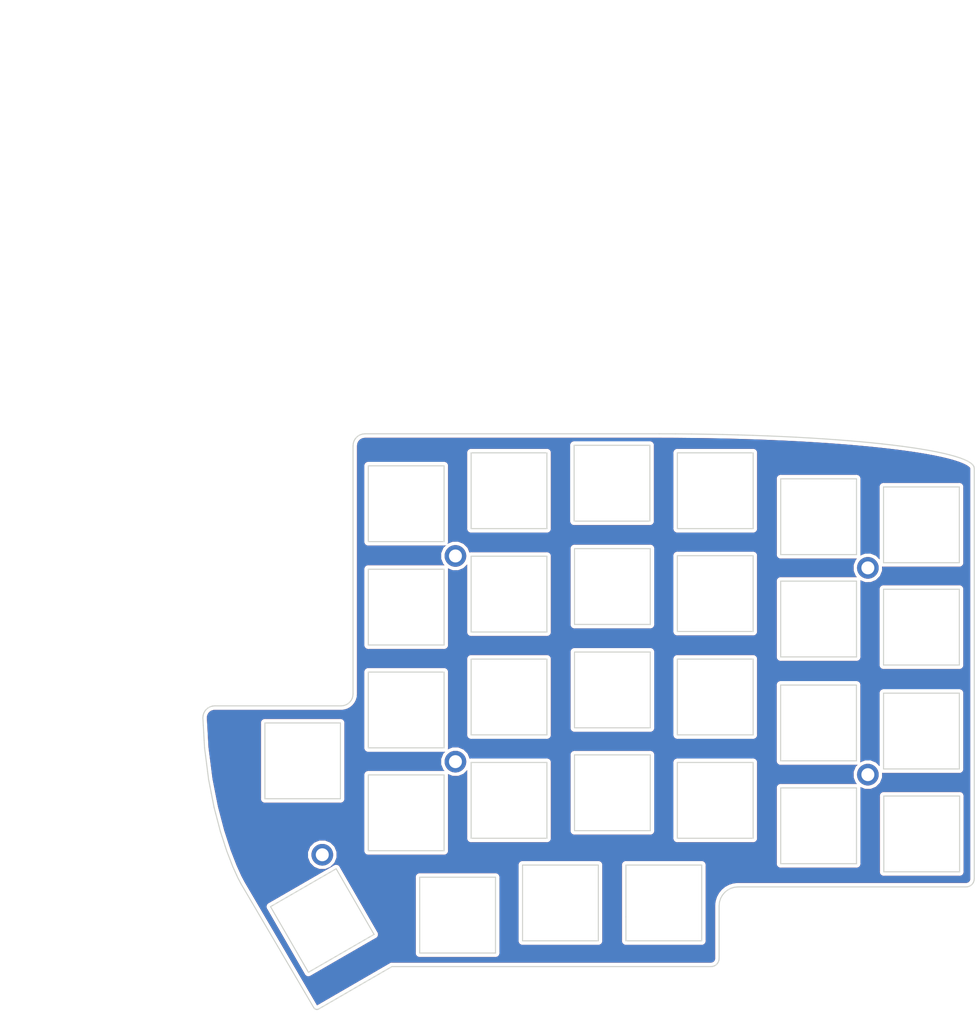
<source format=kicad_pcb>
(kicad_pcb (version 20221018) (generator pcbnew)
  (layers (0 "F.Cu" signal) (31 "B.Cu" signal) (34 "B.Paste" user) (35 "F.Paste" user) (36 "B.SilkS" user "B.Silkscreen") (37 "F.SilkS" user "F.Silkscreen") (38 "B.Mask" user) (39 "F.Mask" user) (44 "Edge.Cuts" user))
  (net 0 "")
  (footprint "Lily58-footprint:M2_HOLE_PCB" (layer "F.Cu") (at 129.6 57.7)
    (fp_text reference "REF**" hide)
    (fp_text value "M2_HOLE_PCB")
    (pad "" thru_hole circle (at 0 0) (size 4 4) (drill 2.4) (layers "*.Cu" "*.Mask"))
  )
  (footprint "Lily58-footprint:M2_HOLE_PCB" (layer "F.Cu") (at 205.8 59.9)
    (fp_text reference "REF**" hide)
    (fp_text value "M2_HOLE_PCB")
    (pad "" thru_hole circle (at 0 0) (size 4 4) (drill 2.4) (layers "*.Cu" "*.Mask"))
  )
  (footprint "Lily58-footprint:M2_HOLE_PCB" (layer "F.Cu") (at 205.8 98.1)
    (fp_text reference "REF**" hide)
    (fp_text value "M2_HOLE_PCB")
    (pad "" thru_hole circle (at 0 0) (size 4 4) (drill 2.4) (layers "*.Cu" "*.Mask"))
  )
  (footprint "Lily58-footprint:M2_HOLE_PCB" (layer "F.Cu") (at 129.6 95.7)
    (fp_text reference "REF**" hide)
    (fp_text value "M2_HOLE_PCB")
    (pad "" thru_hole circle (at 0 0) (size 4 4) (drill 2.4) (layers "*.Cu" "*.Mask"))
  )
  (footprint "Lily58-footprint:M2_HOLE_PCB" (layer "F.Cu") (at 105 112.9)
    (fp_text reference "REF**" hide)
    (fp_text value "M2_HOLE_PCB")
    (pad "" thru_hole circle (at 0 0) (size 4 4) (drill 2.4) (layers "*.Cu" "*.Mask"))
  )
  (gr_line (start 88.709186 115.642364) (end 88.937556 116.146652) (stroke (width 0.2)) (layer "Edge.Cuts"))
  (gr_line (start 95.43722 122.486739) (end 107.561744 115.486642) (stroke (width 0.2)) (layer "Edge.Cuts"))
  (gr_line (start 165.529285 51.259497) (end 151.529091 51.259497) (stroke (width 0.2)) (layer "Edge.Cuts"))
  (gr_line (start 225.018829 118.399497) (end 224.796877 118.582586) (stroke (width 0.2)) (layer "Edge.Cuts"))
  (gr_line (start 178.317264 122.338584) (end 178.388307 121.63276) (stroke (width 0.2)) (layer "Edge.Cuts"))
  (gr_line (start 222.69822 58.949338) (end 208.697755 58.949338) (stroke (width 0.2)) (layer "Edge.Cuts"))
  (gr_line (start 87.645775 112.988) (end 87.924122 113.704692) (stroke (width 0.2)) (layer "Edge.Cuts"))
  (gr_line (start 203.699937 114.548326) (end 203.699937 114.548326) (stroke (width 0.2)) (layer "Edge.Cuts"))
  (gr_line (start 170.246534 35.143866) (end 167.248797 35.135611) (stroke (width 0.2)) (layer "Edge.Cuts"))
  (gr_line (start 178.388307 121.63276) (end 178.59209 120.975562) (stroke (width 0.2)) (layer "Edge.Cuts"))
  (gr_line (start 165.529285 37.259475) (end 165.529285 51.259497) (stroke (width 0.2)) (layer "Edge.Cuts"))
  (gr_line (start 84.2473 100.281204) (end 84.500659 101.572639) (stroke (width 0.2)) (layer "Edge.Cuts"))
  (gr_line (start 151.599955 70.350095) (end 151.599955 56.350074) (stroke (width 0.2)) (layer "Edge.Cuts"))
  (gr_line (start 86.769085 110.433938) (end 87.068256 111.352623) (stroke (width 0.2)) (layer "Edge.Cuts"))
  (gr_line (start 170.599242 109.849336) (end 170.599242 95.849315) (stroke (width 0.2)) (layer "Edge.Cuts"))
  (gr_line (start 146.500282 90.750611) (end 146.500282 90.750611) (stroke (width 0.2)) (layer "Edge.Cuts"))
  (gr_line (start 89.394295 117.155227) (end 89.543534 117.436698) (stroke (width 0.2)) (layer "Edge.Cuts"))
  (gr_line (start 132.500088 95.849101) (end 146.500282 95.849101) (stroke (width 0.2)) (layer "Edge.Cuts"))
  (gr_line (start 108.924394 85.34884) (end 109.337416 85.220748) (stroke (width 0.2)) (layer "Edge.Cuts"))
  (gr_line (start 222.748884 116.049248) (end 222.748884 116.049248) (stroke (width 0.2)) (layer "Edge.Cuts"))
  (gr_line (start 225.382249 41.158584) (end 225.157677 40.835884) (stroke (width 0.2)) (layer "Edge.Cuts"))
  (gr_line (start 116.184535 134.529634) (end 117.86023 133.559495) (stroke (width 0.2)) (layer "Edge.Cuts"))
  (gr_line (start 161.099535 128.800465) (end 161.099535 124.372747) (stroke (width 0.2)) (layer "Edge.Cuts"))
  (gr_line (start 208.697755 63.850249) (end 222.69822 63.850249) (stroke (width 0.2)) (layer "Edge.Cuts"))
  (gr_line (start 100.080845 135.450272) (end 101.762522 138.311799) (stroke (width 0.2)) (layer "Edge.Cuts"))
  (gr_line (start 151.599955 56.350074) (end 165.600149 56.350074) (stroke (width 0.2)) (layer "Edge.Cuts"))
  (gr_line (start 203.685052 95.549381) (end 189.684858 95.549381) (stroke (width 0.2)) (layer "Edge.Cuts"))
  (gr_line (start 170.597972 57.649067) (end 184.598166 57.649067) (stroke (width 0.2)) (layer "Edge.Cuts"))
  (gr_line (start 224.796877 118.582586) (end 224.542068 118.720802) (stroke (width 0.2)) (layer "Edge.Cuts"))
  (gr_line (start 87.924122 113.704692) (end 88.202469 114.421385) (stroke (width 0.2)) (layer "Edge.Cuts"))
  (gr_line (start 170.597972 71.649088) (end 170.597972 57.649067) (stroke (width 0.2)) (layer "Edge.Cuts"))
  (gr_line (start 85.589059 106.376038) (end 85.879901 107.486303) (stroke (width 0.2)) (layer "Edge.Cuts"))
  (gr_line (start 165.600149 89.448314) (end 151.599955 89.448314) (stroke (width 0.2)) (layer "Edge.Cuts"))
  (gr_line (start 110.68042 83.193496) (end 110.68042 37.34925) (stroke (width 0.2)) (layer "Edge.Cuts"))
  (gr_line (start 222.700108 83.050541) (end 222.700108 97.050562) (stroke (width 0.2)) (layer "Edge.Cuts"))
  (gr_line (start 176.119518 35.208709) (end 173.204655 35.168364) (stroke (width 0.2)) (layer "Edge.Cuts"))
  (gr_line (start 178.199481 132.64466) (end 178.061265 132.899468) (stroke (width 0.2)) (layer "Edge.Cuts"))
  (gr_line (start 85.879901 107.486303) (end 86.170742 108.596569) (stroke (width 0.2)) (layer "Edge.Cuts"))
  (gr_line (start 203.700067 43.449442) (end 203.700067 57.449463) (stroke (width 0.2)) (layer "Edge.Cuts"))
  (gr_line (start 127.499089 79.147625) (end 127.499089 93.147646) (stroke (width 0.2)) (layer "Edge.Cuts"))
  (gr_line (start 89.692772 117.718169) (end 89.842011 117.999639) (stroke (width 0.2)) (layer "Edge.Cuts"))
  (gr_line (start 127.499089 41.049147) (end 127.499089 55.049168) (stroke (width 0.2)) (layer "Edge.Cuts"))
  (gr_line (start 127.500106 60.150456) (end 127.500106 74.150477) (stroke (width 0.2)) (layer "Edge.Cuts"))
  (gr_line (start 192.496266 35.761303) (end 189.917455 35.634224) (stroke (width 0.2)) (layer "Edge.Cuts"))
  (gr_line (start 127.499089 93.147646) (end 113.498895 93.147646) (stroke (width 0.2)) (layer "Edge.Cuts"))
  (gr_line (start 127.499089 112.150571) (end 127.499089 112.150571) (stroke (width 0.2)) (layer "Edge.Cuts"))
  (gr_line (start 151.599955 89.448314) (end 151.599955 75.448293) (stroke (width 0.2)) (layer "Edge.Cuts"))
  (gr_line (start 175.1 128.800465) (end 161.099535 128.800465) (stroke (width 0.2)) (layer "Edge.Cuts"))
  (gr_line (start 155.999226 128.798965) (end 141.999031 128.798965) (stroke (width 0.2)) (layer "Edge.Cuts"))
  (gr_line (start 208.697755 77.848175) (end 208.697755 63.850249) (stroke (width 0.2)) (layer "Edge.Cuts"))
  (gr_line (start 151.598813 94.448508) (end 165.599007 94.448508) (stroke (width 0.2)) (layer "Edge.Cuts"))
  (gr_line (start 225.157677 40.835884) (end 224.787842 40.517904) (stroke (width 0.2)) (layer "Edge.Cuts"))
  (gr_line (start 203.685052 95.549381) (end 203.685052 95.549381) (stroke (width 0.2)) (layer "Edge.Cuts"))
  (gr_line (start 165.529285 51.259497) (end 165.529285 51.259497) (stroke (width 0.2)) (layer "Edge.Cuts"))
  (gr_line (start 146.49939 38.648853) (end 146.49939 52.648874) (stroke (width 0.2)) (layer "Edge.Cuts"))
  (gr_line (start 96.717492 129.727218) (end 98.399169 132.588745) (stroke (width 0.2)) (layer "Edge.Cuts"))
  (gr_line (start 83.091669 90.368368) (end 83.169362 91.754688) (stroke (width 0.2)) (layer "Edge.Cuts"))
  (gr_line (start 217.036875 38.191634) (end 215.523614 37.934008) (stroke (width 0.2)) (layer "Edge.Cuts"))
  (gr_line (start 83.307614 86.357346) (end 83.106839 86.731697) (stroke (width 0.2)) (layer "Edge.Cuts"))
  (gr_line (start 113.498895 98.15055) (end 127.499089 98.15055) (stroke (width 0.2)) (layer "Edge.Cuts"))
  (gr_line (start 161.099535 114.8) (end 175.1 114.8) (stroke (width 0.2)) (layer "Edge.Cuts"))
  (gr_line (start 127.499089 55.049168) (end 127.499089 55.049168) (stroke (width 0.2)) (layer "Edge.Cuts"))
  (gr_line (start 111.055818 36.105136) (end 110.853137 36.478855) (stroke (width 0.2)) (layer "Edge.Cuts"))
  (gr_line (start 113.498895 112.150571) (end 113.498895 98.15055) (stroke (width 0.2)) (layer "Edge.Cuts"))
  (gr_line (start 104.273955 141.420283) (end 104.454674 141.320606) (stroke (width 0.2)) (layer "Edge.Cuts"))
  (gr_line (start 208.699914 97.050562) (end 208.699914 83.050541) (stroke (width 0.2)) (layer "Edge.Cuts"))
  (gr_line (start 203.700067 57.449463) (end 203.700067 57.449463) (stroke (width 0.2)) (layer "Edge.Cuts"))
  (gr_line (start 218.437661 38.457556) (end 217.036875 38.191634) (stroke (width 0.2)) (layer "Edge.Cuts"))
  (gr_line (start 178.987479 35.264503) (end 176.119518 35.208709) (stroke (width 0.2)) (layer "Edge.Cuts"))
  (gr_line (start 104.022958 141.472149) (end 104.146472 141.461525) (stroke (width 0.2)) (layer "Edge.Cuts"))
  (gr_line (start 184.568127 35.42085) (end 181.804897 35.335349) (stroke (width 0.2)) (layer "Edge.Cuts"))
  (gr_line (start 108.351468 88.549371) (end 108.351468 102.549392) (stroke (width 0.2)) (layer "Edge.Cuts"))
  (gr_line (start 177.878177 133.121421) (end 177.656225 133.304509) (stroke (width 0.2)) (layer "Edge.Cuts"))
  (gr_line (start 184.599436 109.849336) (end 184.599436 109.849336) (stroke (width 0.2)) (layer "Edge.Cuts"))
  (gr_line (start 86.170742 108.596569) (end 86.469914 109.515254) (stroke (width 0.2)) (layer "Edge.Cuts"))
  (gr_line (start 184.599436 95.849315) (end 184.599436 109.849336) (stroke (width 0.2)) (layer "Edge.Cuts"))
  (gr_line (start 189.684858 95.549381) (end 189.684858 81.54936) (stroke (width 0.2)) (layer "Edge.Cuts"))
  (gr_line (start 83.106839 86.731697) (end 82.980305 87.147252) (stroke (width 0.2)) (layer "Edge.Cuts"))
  (gr_line (start 220.887236 39.012696) (end 219.722329 38.731375) (stroke (width 0.2)) (layer "Edge.Cuts"))
  (gr_line (start 199.805571 36.219338) (end 197.443967 36.054257) (stroke (width 0.2)) (layer "Edge.Cuts"))
  (gr_line (start 189.698731 76.349563) (end 189.698731 62.349542) (stroke (width 0.2)) (layer "Edge.Cuts"))
  (gr_line (start 181.804897 35.335349) (end 178.987479 35.264503) (stroke (width 0.2)) (layer "Edge.Cuts"))
  (gr_line (start 165.600149 75.448293) (end 165.600149 89.448314) (stroke (width 0.2)) (layer "Edge.Cuts"))
  (gr_line (start 94.399278 102.549392) (end 94.399278 88.549371) (stroke (width 0.2)) (layer "Edge.Cuts"))
  (gr_line (start 93.354139 124.004164) (end 95.035815 126.865691) (stroke (width 0.2)) (layer "Edge.Cuts"))
  (gr_line (start 136.998669 117.049379) (end 136.998669 131.0494) (stroke (width 0.2)) (layer "Edge.Cuts"))
  (gr_line (start 180.454242 119.11341) (end 181.11144 118.909627) (stroke (width 0.2)) (layer "Edge.Cuts"))
  (gr_line (start 178.59209 120.975562) (end 178.914594 120.381009) (stroke (width 0.2)) (layer "Edge.Cuts"))
  (gr_line (start 170.603903 38.648853) (end 184.604097 38.648853) (stroke (width 0.2)) (layer "Edge.Cuts"))
  (gr_line (start 127.499089 112.150571) (end 113.498895 112.150571) (stroke (width 0.2)) (layer "Edge.Cuts"))
  (gr_line (start 224.787842 40.517904) (end 224.276387 40.20504) (stroke (width 0.2)) (layer "Edge.Cuts"))
  (gr_line (start 132.500088 90.750611) (end 132.500088 76.75059) (stroke (width 0.2)) (layer "Edge.Cuts"))
  (gr_line (start 132.500088 76.75059) (end 146.500282 76.75059) (stroke (width 0.2)) (layer "Edge.Cuts"))
  (gr_line (start 184.599436 109.849336) (end 170.599242 109.849336) (stroke (width 0.2)) (layer "Edge.Cuts"))
  (gr_line (start 225.201917 118.177545) (end 225.018829 118.399497) (stroke (width 0.2)) (layer "Edge.Cuts"))
  (gr_line (start 165.600149 70.350095) (end 165.600149 70.350095) (stroke (width 0.2)) (layer "Edge.Cuts"))
  (gr_line (start 110.036541 84.749502) (end 110.305023 84.423972) (stroke (width 0.2)) (layer "Edge.Cuts"))
  (gr_line (start 222.69822 77.848175) (end 208.697755 77.848175) (stroke (width 0.2)) (layer "Edge.Cuts"))
  (gr_line (start 222.843192 39.596251) (end 221.928738 39.30112) (stroke (width 0.2)) (layer "Edge.Cuts"))
  (gr_line (start 87.367427 112.271308) (end 87.645775 112.988) (stroke (width 0.2)) (layer "Edge.Cuts"))
  (gr_line (start 151.529091 37.259475) (end 165.529285 37.259475) (stroke (width 0.2)) (layer "Edge.Cuts"))
  (gr_line (start 155.999226 114.798944) (end 155.999226 128.798965) (stroke (width 0.2)) (layer "Edge.Cuts"))
  (gr_line (start 83.247055 93.141007) (end 83.433777 94.603198) (stroke (width 0.2)) (layer "Edge.Cuts"))
  (gr_line (start 225.340133 117.922737) (end 225.201917 118.177545) (stroke (width 0.2)) (layer "Edge.Cuts"))
  (gr_line (start 132.499196 52.648874) (end 132.499196 38.648853) (stroke (width 0.2)) (layer "Edge.Cuts"))
  (gr_line (start 146.500282 90.750611) (end 132.500088 90.750611) (stroke (width 0.2)) (layer "Edge.Cuts"))
  (gr_line (start 215.523614 37.934008) (end 213.90152 37.685076) (stroke (width 0.2)) (layer "Edge.Cuts"))
  (gr_line (start 122.998474 117.049379) (end 136.998669 117.049379) (stroke (width 0.2)) (layer "Edge.Cuts"))
  (gr_line (start 83.574355 86.032485) (end 83.307614 86.357346) (stroke (width 0.2)) (layer "Edge.Cuts"))
  (gr_line (start 204.286071 36.584719) (end 202.087487 36.396291) (stroke (width 0.2)) (layer "Edge.Cuts"))
  (gr_line (start 222.700108 97.050562) (end 222.700108 97.050562) (stroke (width 0.2)) (layer "Edge.Cuts"))
  (gr_line (start 91.672462 121.142637) (end 93.354139 124.004164) (stroke (width 0.2)) (layer "Edge.Cuts"))
  (gr_line (start 83.993942 98.98977) (end 84.2473 100.281204) (stroke (width 0.2)) (layer "Edge.Cuts"))
  (gr_line (start 117.861089 133.560508) (end 176.817264 133.560508) (stroke (width 0.2)) (layer "Edge.Cuts"))
  (gr_line (start 184.598166 57.649067) (end 184.598166 71.649088) (stroke (width 0.2)) (layer "Edge.Cuts"))
  (gr_line (start 111.157452 137.44005) (end 112.833147 136.469911) (stroke (width 0.2)) (layer "Edge.Cuts"))
  (gr_line (start 212.174237 37.445233) (end 210.345407 37.214879) (stroke (width 0.2)) (layer "Edge.Cuts"))
  (gr_line (start 222.748884 102.049227) (end 222.748884 116.049248) (stroke (width 0.2)) (layer "Edge.Cuts"))
  (gr_line (start 88.202469 114.421385) (end 88.480816 115.138077) (stroke (width 0.2)) (layer "Edge.Cuts"))
  (gr_line (start 141.999031 114.798944) (end 155.999226 114.798944) (stroke (width 0.2)) (layer "Edge.Cuts"))
  (gr_line (start 113.498895 55.049168) (end 113.498895 41.049147) (stroke (width 0.2)) (layer "Edge.Cuts"))
  (gr_line (start 189.698731 62.349542) (end 203.698925 62.349542) (stroke (width 0.2)) (layer "Edge.Cuts"))
  (gr_line (start 85.135693 85.393398) (end 108.480785 85.393594) (stroke (width 0.2)) (layer "Edge.Cuts"))
  (gr_line (start 151.599955 75.448293) (end 165.600149 75.448293) (stroke (width 0.2)) (layer "Edge.Cuts"))
  (gr_line (start 178.061265 132.899468) (end 177.878177 133.121421) (stroke (width 0.2)) (layer "Edge.Cuts"))
  (gr_line (start 86.469914 109.515254) (end 86.769085 110.433938) (stroke (width 0.2)) (layer "Edge.Cuts"))
  (gr_line (start 146.49939 71.749632) (end 146.49939 71.749632) (stroke (width 0.2)) (layer "Edge.Cuts"))
  (gr_line (start 114.508841 135.499772) (end 116.184535 134.529634) (stroke (width 0.2)) (layer "Edge.Cuts"))
  (gr_line (start 84.754017 102.864073) (end 85.007376 104.155507) (stroke (width 0.2)) (layer "Edge.Cuts"))
  (gr_line (start 87.068256 111.352623) (end 87.367427 112.271308) (stroke (width 0.2)) (layer "Edge.Cuts"))
  (gr_line (start 222.69822 44.948872) (end 222.69822 58.949338) (stroke (width 0.2)) (layer "Edge.Cuts"))
  (gr_line (start 165.599007 94.448508) (end 165.599007 108.448529) (stroke (width 0.2)) (layer "Edge.Cuts"))
  (gr_line (start 178.286817 132.363004) (end 178.199481 132.64466) (stroke (width 0.2)) (layer "Edge.Cuts"))
  (gr_line (start 208.699914 83.050541) (end 222.700108 83.050541) (stroke (width 0.2)) (layer "Edge.Cuts"))
  (gr_line (start 203.685052 81.54936) (end 203.685052 95.549381) (stroke (width 0.2)) (layer "Edge.Cuts"))
  (gr_line (start 89.842011 117.999639) (end 89.99125 118.28111) (stroke (width 0.2)) (layer "Edge.Cuts"))
  (gr_line (start 104.146472 141.461525) (end 104.273955 141.420283) (stroke (width 0.2)) (layer "Edge.Cuts"))
  (gr_line (start 132.500088 109.849122) (end 132.500088 95.849101) (stroke (width 0.2)) (layer "Edge.Cuts"))
  (gr_line (start 109.481758 138.410189) (end 111.157452 137.44005) (stroke (width 0.2)) (layer "Edge.Cuts"))
  (gr_line (start 89.543534 117.436698) (end 89.692772 117.718169) (stroke (width 0.2)) (layer "Edge.Cuts"))
  (gr_line (start 202.087487 36.396291) (end 199.805571 36.219338) (stroke (width 0.2)) (layer "Edge.Cuts"))
  (gr_line (start 132.499196 71.749632) (end 132.499196 57.749611) (stroke (width 0.2)) (layer "Edge.Cuts"))
  (gr_line (start 203.698925 76.349563) (end 189.698731 76.349563) (stroke (width 0.2)) (layer "Edge.Cuts"))
  (gr_line (start 221.928738 39.30112) (end 220.887236 39.012696) (stroke (width 0.2)) (layer "Edge.Cuts"))
  (gr_line (start 161.099535 124.372747) (end 161.099535 114.8) (stroke (width 0.2)) (layer "Edge.Cuts"))
  (gr_line (start 83.433777 94.603198) (end 83.620498 96.065389) (stroke (width 0.2)) (layer "Edge.Cuts"))
  (gr_line (start 178.317264 132.060508) (end 178.286817 132.363004) (stroke (width 0.2)) (layer "Edge.Cuts"))
  (gr_line (start 170.599242 95.849315) (end 184.599436 95.849315) (stroke (width 0.2)) (layer "Edge.Cuts"))
  (gr_line (start 177.11976 133.530061) (end 176.817264 133.560508) (stroke (width 0.2)) (layer "Edge.Cuts"))
  (gr_line (start 83.013976 88.982049) (end 83.091669 90.368368) (stroke (width 0.2)) (layer "Edge.Cuts"))
  (gr_line (start 225.457916 41.485605) (end 225.457916 117.338584) (stroke (width 0.2)) (layer "Edge.Cuts"))
  (gr_line (start 165.599007 108.448529) (end 151.598813 108.448529) (stroke (width 0.2)) (layer "Edge.Cuts"))
  (gr_line (start 110.853137 36.478855) (end 110.725068 36.89195) (stroke (width 0.2)) (layer "Edge.Cuts"))
  (gr_line (start 184.6002 76.748342) (end 184.6002 90.748363) (stroke (width 0.2)) (layer "Edge.Cuts"))
  (gr_line (start 141.999031 128.798965) (end 141.999031 114.798944) (stroke (width 0.2)) (layer "Edge.Cuts"))
  (gr_line (start 222.748884 116.049248) (end 208.74869 116.049248) (stroke (width 0.2)) (layer "Edge.Cuts"))
  (gr_line (start 109.711069 85.018031) (end 110.036541 84.749502) (stroke (width 0.2)) (layer "Edge.Cuts"))
  (gr_line (start 83.169362 91.754688) (end 83.247055 93.141007) (stroke (width 0.2)) (layer "Edge.Cuts"))
  (gr_line (start 146.49939 52.648874) (end 146.49939 52.648874) (stroke (width 0.2)) (layer "Edge.Cuts"))
  (gr_line (start 177.656225 133.304509) (end 177.401416 133.442725) (stroke (width 0.2)) (layer "Edge.Cuts"))
  (gr_line (start 197.443967 36.054257) (end 195.006317 35.901446) (stroke (width 0.2)) (layer "Edge.Cuts"))
  (gr_line (start 155.999226 128.798965) (end 155.999226 128.798965) (stroke (width 0.2)) (layer "Edge.Cuts"))
  (gr_line (start 127.499089 93.147646) (end 127.499089 93.147646) (stroke (width 0.2)) (layer "Edge.Cuts"))
  (gr_line (start 136.998669 131.0494) (end 122.998474 131.0494) (stroke (width 0.2)) (layer "Edge.Cuts"))
  (gr_line (start 112.436447 35.180267) (end 112.023424 35.308359) (stroke (width 0.2)) (layer "Edge.Cuts"))
  (gr_line (start 179.859689 119.435914) (end 180.454242 119.11341) (stroke (width 0.2)) (layer "Edge.Cuts"))
  (gr_line (start 146.49939 71.749632) (end 132.499196 71.749632) (stroke (width 0.2)) (layer "Edge.Cuts"))
  (gr_line (start 102.437231 134.611113) (end 95.43722 122.486739) (stroke (width 0.2)) (layer "Edge.Cuts"))
  (gr_line (start 187.273528 35.520607) (end 184.568127 35.42085) (stroke (width 0.2)) (layer "Edge.Cuts"))
  (gr_line (start 84.500659 101.572639) (end 84.754017 102.864073) (stroke (width 0.2)) (layer "Edge.Cuts"))
  (gr_line (start 208.74869 102.049227) (end 222.748884 102.049227) (stroke (width 0.2)) (layer "Edge.Cuts"))
  (gr_line (start 112.023424 35.308359) (end 111.649772 35.511076) (stroke (width 0.2)) (layer "Edge.Cuts"))
  (gr_line (start 165.600149 89.448314) (end 165.600149 89.448314) (stroke (width 0.2)) (layer "Edge.Cuts"))
  (gr_line (start 136.998669 131.0494) (end 136.998669 131.0494) (stroke (width 0.2)) (layer "Edge.Cuts"))
  (gr_line (start 146.500282 95.849101) (end 146.500282 109.849122) (stroke (width 0.2)) (layer "Edge.Cuts"))
  (gr_line (start 181.11144 118.909627) (end 181.817264 118.838584) (stroke (width 0.2)) (layer "Edge.Cuts"))
  (gr_line (start 146.500282 109.849122) (end 132.500088 109.849122) (stroke (width 0.2)) (layer "Edge.Cuts"))
  (gr_line (start 146.49939 52.648874) (end 132.499196 52.648874) (stroke (width 0.2)) (layer "Edge.Cuts"))
  (gr_line (start 84.272627 85.564361) (end 83.898784 85.765395) (stroke (width 0.2)) (layer "Edge.Cuts"))
  (gr_line (start 110.635773 83.637157) (end 110.68042 83.193496) (stroke (width 0.2)) (layer "Edge.Cuts"))
  (gr_line (start 146.500282 109.849122) (end 146.500282 109.849122) (stroke (width 0.2)) (layer "Edge.Cuts"))
  (gr_line (start 110.305023 84.423972) (end 110.507703 84.050253) (stroke (width 0.2)) (layer "Edge.Cuts"))
  (gr_line (start 114.561755 127.611016) (end 102.437231 134.611113) (stroke (width 0.2)) (layer "Edge.Cuts"))
  (gr_line (start 85.135449 85.393594) (end 84.687607 85.437666) (stroke (width 0.2)) (layer "Edge.Cuts"))
  (gr_line (start 108.351468 102.549392) (end 108.351468 102.549392) (stroke (width 0.2)) (layer "Edge.Cuts"))
  (gr_line (start 88.937556 116.146652) (end 89.165926 116.650939) (stroke (width 0.2)) (layer "Edge.Cuts"))
  (gr_line (start 170.600006 90.748363) (end 170.600006 76.748342) (stroke (width 0.2)) (layer "Edge.Cuts"))
  (gr_line (start 203.698925 62.349542) (end 203.698925 76.349563) (stroke (width 0.2)) (layer "Edge.Cuts"))
  (gr_line (start 89.165926 116.650939) (end 89.394295 117.155227) (stroke (width 0.2)) (layer "Edge.Cuts"))
  (gr_line (start 195.006317 35.901446) (end 192.496266 35.761303) (stroke (width 0.2)) (layer "Edge.Cuts"))
  (gr_line (start 85.007376 104.155507) (end 85.298217 105.265772) (stroke (width 0.2)) (layer "Edge.Cuts"))
  (gr_line (start 210.345407 37.214879) (end 208.418675 36.994411) (stroke (width 0.2)) (layer "Edge.Cuts"))
  (gr_line (start 203.699937 114.548326) (end 189.699743 114.548326) (stroke (width 0.2)) (layer "Edge.Cuts"))
  (gr_line (start 89.990785 118.28111) (end 91.672462 121.142637) (stroke (width 0.2)) (layer "Edge.Cuts"))
  (gr_line (start 82.936283 87.59573) (end 83.013976 88.982049) (stroke (width 0.2)) (layer "Edge.Cuts"))
  (gr_line (start 110.507703 84.050253) (end 110.635773 83.637157) (stroke (width 0.2)) (layer "Edge.Cuts"))
  (gr_line (start 170.600006 76.748342) (end 184.6002 76.748342) (stroke (width 0.2)) (layer "Edge.Cuts"))
  (gr_line (start 113.499912 74.150477) (end 113.499912 60.150456) (stroke (width 0.2)) (layer "Edge.Cuts"))
  (gr_line (start 178.914594 120.381009) (end 179.3418 119.86312) (stroke (width 0.2)) (layer "Edge.Cuts"))
  (gr_line (start 104.454674 141.320606) (end 106.130369 140.350467) (stroke (width 0.2)) (layer "Edge.Cuts"))
  (gr_line (start 189.699743 100.548305) (end 203.699937 100.548305) (stroke (width 0.2)) (layer "Edge.Cuts"))
  (gr_line (start 175.1 114.8) (end 175.1 128.800465) (stroke (width 0.2)) (layer "Edge.Cuts"))
  (gr_line (start 173.204655 35.168364) (end 170.246534 35.143866) (stroke (width 0.2)) (layer "Edge.Cuts"))
  (gr_line (start 177.401416 133.442725) (end 177.11976 133.530061) (stroke (width 0.2)) (layer "Edge.Cuts"))
  (gr_line (start 112.880028 35.135611) (end 112.436447 35.180267) (stroke (width 0.2)) (layer "Edge.Cuts"))
  (gr_line (start 208.74869 116.049248) (end 208.74869 102.049227) (stroke (width 0.2)) (layer "Edge.Cuts"))
  (gr_line (start 184.604097 52.648874) (end 184.604097 52.648874) (stroke (width 0.2)) (layer "Edge.Cuts"))
  (gr_line (start 184.598166 71.649088) (end 170.597972 71.649088) (stroke (width 0.2)) (layer "Edge.Cuts"))
  (gr_line (start 103.801432 141.437539) (end 103.909017 141.470991) (stroke (width 0.2)) (layer "Edge.Cuts"))
  (gr_line (start 165.600149 56.350074) (end 165.600149 70.350095) (stroke (width 0.2)) (layer "Edge.Cuts"))
  (gr_line (start 189.684858 81.54936) (end 203.685052 81.54936) (stroke (width 0.2)) (layer "Edge.Cuts"))
  (gr_line (start 106.130369 140.350467) (end 107.806063 139.380328) (stroke (width 0.2)) (layer "Edge.Cuts"))
  (gr_line (start 208.418675 36.994411) (end 206.397682 36.784225) (stroke (width 0.2)) (layer "Edge.Cuts"))
  (gr_line (start 101.762522 138.311799) (end 103.444199 141.173326) (stroke (width 0.2)) (layer "Edge.Cuts"))
  (gr_line (start 222.700108 97.050562) (end 208.699914 97.050562) (stroke (width 0.2)) (layer "Edge.Cuts"))
  (gr_line (start 83.80722 97.527579) (end 83.993942 98.98977) (stroke (width 0.2)) (layer "Edge.Cuts"))
  (gr_line (start 213.90152 37.685076) (end 212.174237 37.445233) (stroke (width 0.2)) (layer "Edge.Cuts"))
  (gr_line (start 113.499912 60.150456) (end 127.500106 60.150456) (stroke (width 0.2)) (layer "Edge.Cuts"))
  (gr_line (start 83.898784 85.765395) (end 83.574355 86.032485) (stroke (width 0.2)) (layer "Edge.Cuts"))
  (gr_line (start 108.351468 102.549392) (end 94.399278 102.549392) (stroke (width 0.2)) (layer "Edge.Cuts"))
  (gr_line (start 225.457916 117.338584) (end 225.427469 117.64108) (stroke (width 0.2)) (layer "Edge.Cuts"))
  (gr_line (start 203.698925 76.349563) (end 203.698925 76.349563) (stroke (width 0.2)) (layer "Edge.Cuts"))
  (gr_line (start 132.499196 57.749611) (end 146.49939 57.749611) (stroke (width 0.2)) (layer "Edge.Cuts"))
  (gr_line (start 225.427469 117.64108) (end 225.340133 117.922737) (stroke (width 0.2)) (layer "Edge.Cuts"))
  (gr_line (start 113.498895 41.049147) (end 127.499089 41.049147) (stroke (width 0.2)) (layer "Edge.Cuts"))
  (gr_line (start 85.298217 105.265772) (end 85.589059 106.376038) (stroke (width 0.2)) (layer "Edge.Cuts"))
  (gr_line (start 151.529091 51.259497) (end 151.529091 37.259475) (stroke (width 0.2)) (layer "Edge.Cuts"))
  (gr_line (start 165.600149 70.350095) (end 151.599955 70.350095) (stroke (width 0.2)) (layer "Edge.Cuts"))
  (gr_line (start 189.917455 35.634224) (end 187.273528 35.520607) (stroke (width 0.2)) (layer "Edge.Cuts"))
  (gr_line (start 178.317264 122.338584) (end 178.317264 132.082902) (stroke (width 0.2)) (layer "Edge.Cuts"))
  (gr_line (start 181.817264 118.838584) (end 223.957916 118.838584) (stroke (width 0.2)) (layer "Edge.Cuts"))
  (gr_line (start 112.833147 136.469911) (end 114.508841 135.499772) (stroke (width 0.2)) (layer "Edge.Cuts"))
  (gr_line (start 225.457916 41.485605) (end 225.382249 41.158584) (stroke (width 0.2)) (layer "Edge.Cuts"))
  (gr_line (start 111.3243 35.779605) (end 111.055818 36.105136) (stroke (width 0.2)) (layer "Edge.Cuts"))
  (gr_line (start 206.397682 36.784225) (end 204.286071 36.584719) (stroke (width 0.2)) (layer "Edge.Cuts"))
  (gr_line (start 103.539842 141.291766) (end 103.690268 141.386487) (stroke (width 0.2)) (layer "Edge.Cuts"))
  (gr_line (start 146.49939 57.749611) (end 146.49939 71.749632) (stroke (width 0.2)) (layer "Edge.Cuts"))
  (gr_line (start 82.980305 87.147252) (end 82.936288 87.59573) (stroke (width 0.2)) (layer "Edge.Cuts"))
  (gr_line (start 203.699937 100.548305) (end 203.699937 114.548326) (stroke (width 0.2)) (layer "Edge.Cuts"))
  (gr_line (start 223.626956 39.897689) (end 222.843192 39.596251) (stroke (width 0.2)) (layer "Edge.Cuts"))
  (gr_line (start 203.700067 57.449463) (end 189.699873 57.449463) (stroke (width 0.2)) (layer "Edge.Cuts"))
  (gr_line (start 113.498895 79.147625) (end 127.499089 79.147625) (stroke (width 0.2)) (layer "Edge.Cuts"))
  (gr_line (start 189.699873 43.449442) (end 203.700067 43.449442) (stroke (width 0.2)) (layer "Edge.Cuts"))
  (gr_line (start 107.561744 115.486642) (end 114.561755 127.611016) (stroke (width 0.2)) (layer "Edge.Cuts"))
  (gr_line (start 224.276387 40.20504) (end 223.626956 39.897689) (stroke (width 0.2)) (layer "Edge.Cuts"))
  (gr_line (start 184.604097 38.648853) (end 184.604097 52.648874) (stroke (width 0.2)) (layer "Edge.Cuts"))
  (gr_line (start 114.561755 127.611016) (end 114.561755 127.611016) (stroke (width 0.2)) (layer "Edge.Cuts"))
  (gr_line (start 170.603903 52.648874) (end 170.603903 38.648853) (stroke (width 0.2)) (layer "Edge.Cuts"))
  (gr_line (start 208.697755 58.949338) (end 208.697755 44.948872) (stroke (width 0.2)) (layer "Edge.Cuts"))
  (gr_line (start 127.500106 74.150477) (end 127.500106 74.150477) (stroke (width 0.2)) (layer "Edge.Cuts"))
  (gr_line (start 103.444199 141.173326) (end 103.539842 141.291766) (stroke (width 0.2)) (layer "Edge.Cuts"))
  (gr_line (start 184.6002 90.748363) (end 170.600006 90.748363) (stroke (width 0.2)) (layer "Edge.Cuts"))
  (gr_line (start 111.649772 35.511076) (end 111.3243 35.779605) (stroke (width 0.2)) (layer "Edge.Cuts"))
  (gr_line (start 95.035815 126.865691) (end 96.717492 129.727218) (stroke (width 0.2)) (layer "Edge.Cuts"))
  (gr_line (start 88.480816 115.138077) (end 88.709186 115.642364) (stroke (width 0.2)) (layer "Edge.Cuts"))
  (gr_line (start 165.599007 108.448529) (end 165.599007 108.448529) (stroke (width 0.2)) (layer "Edge.Cuts"))
  (gr_line (start 83.620498 96.065389) (end 83.80722 97.527579) (stroke (width 0.2)) (layer "Edge.Cuts"))
  (gr_line (start 224.260412 118.808137) (end 223.957916 118.838584) (stroke (width 0.2)) (layer "Edge.Cuts"))
  (gr_line (start 189.699743 114.548326) (end 189.699743 100.548305) (stroke (width 0.2)) (layer "Edge.Cuts"))
  (gr_line (start 103.690268 141.386487) (end 103.801432 141.437539) (stroke (width 0.2)) (layer "Edge.Cuts"))
  (gr_line (start 98.399169 132.588745) (end 100.080845 135.450272) (stroke (width 0.2)) (layer "Edge.Cuts"))
  (gr_line (start 127.500106 74.150477) (end 113.499912 74.150477) (stroke (width 0.2)) (layer "Edge.Cuts"))
  (gr_line (start 208.697755 44.948872) (end 222.69822 44.948872) (stroke (width 0.2)) (layer "Edge.Cuts"))
  (gr_line (start 107.806063 139.380328) (end 109.481758 138.410189) (stroke (width 0.2)) (layer "Edge.Cuts"))
  (gr_line (start 127.499089 98.15055) (end 127.499089 112.150571) (stroke (width 0.2)) (layer "Edge.Cuts"))
  (gr_line (start 127.499089 55.049168) (end 113.498895 55.049168) (stroke (width 0.2)) (layer "Edge.Cuts"))
  (gr_line (start 109.337416 85.220748) (end 109.711069 85.018031) (stroke (width 0.2)) (layer "Edge.Cuts"))
  (gr_line (start 224.542068 118.720802) (end 224.260412 118.808137) (stroke (width 0.2)) (layer "Edge.Cuts"))
  (gr_line (start 132.499196 38.648853) (end 146.49939 38.648853) (stroke (width 0.2)) (layer "Edge.Cuts"))
  (gr_line (start 94.399278 88.549371) (end 108.351468 88.549371) (stroke (width 0.2)) (layer "Edge.Cuts"))
  (gr_line (start 184.598166 71.649088) (end 184.598166 71.649088) (stroke (width 0.2)) (layer "Edge.Cuts"))
  (gr_line (start 219.722329 38.731375) (end 218.437661 38.457556) (stroke (width 0.2)) (layer "Edge.Cuts"))
  (gr_line (start 113.498895 93.147646) (end 113.498895 79.147625) (stroke (width 0.2)) (layer "Edge.Cuts"))
  (gr_line (start 222.69822 63.850249) (end 222.69822 77.848175) (stroke (width 0.2)) (layer "Edge.Cuts"))
  (gr_line (start 108.480812 85.393496) (end 108.924394 85.34884) (stroke (width 0.2)) (layer "Edge.Cuts"))
  (gr_line (start 167.248797 35.135611) (end 112.880028 35.135611) (stroke (width 0.2)) (layer "Edge.Cuts"))
  (gr_line (start 184.604097 52.648874) (end 170.603903 52.648874) (stroke (width 0.2)) (layer "Edge.Cuts"))
  (gr_line (start 184.6002 90.748363) (end 184.6002 90.748363) (stroke (width 0.2)) (layer "Edge.Cuts"))
  (gr_line (start 122.998474 131.0494) (end 122.998474 117.049379) (stroke (width 0.2)) (layer "Edge.Cuts"))
  (gr_line (start 103.909017 141.470991) (end 104.022958 141.472149) (stroke (width 0.2)) (layer "Edge.Cuts"))
  (gr_line (start 179.3418 119.86312) (end 179.859689 119.435914) (stroke (width 0.2)) (layer "Edge.Cuts"))
  (gr_line (start 110.725068 36.89195) (end 110.68042 37.335611) (stroke (width 0.2)) (layer "Edge.Cuts"))
  (gr_line (start 146.500282 76.75059) (end 146.500282 90.750611) (stroke (width 0.2)) (layer "Edge.Cuts"))
  (gr_line (start 151.598813 108.448529) (end 151.598813 94.448508) (stroke (width 0.2)) (layer "Edge.Cuts"))
  (gr_line (start 189.699873 57.449463) (end 189.699873 43.449442) (stroke (width 0.2)) (layer "Edge.Cuts"))
  (gr_line (start 84.687607 85.437666) (end 84.272627 85.564361) (stroke (width 0.2)) (layer "Edge.Cuts"))
  (zone (net 0) (net_name "") (layer "F.Cu") (connect_pads (clearance 0.508)) (min_thickness 0.254) (fill yes (thermal_gap 0.508) (thermal_bridge_width 0.508))
    (polygon (pts (xy 110.7 35.2) (xy 225.5 36) (xy 225.5 119) (xy 180.5 119) (xy 178.5 121) (xy 178.5 133.5) (xy 118 133.5) (xy 104 141.5) (xy 103.5 141.5) (xy 90 118.5) (xy 85.5 106) (xy 83 90) (xy 83 85.5) (xy 109.5 85) (xy 110.5 83.5)))
  )
  (zone (net 0) (net_name "") (layers "F&B.Cu") (connect_pads (clearance 0)) (min_thickness 0.254)
    (keepout (tracks not_allowed) (vias not_allowed) (pads allowed) (copperpour not_allowed) (footprints allowed))
    (fill (thermal_gap 0.508) (thermal_bridge_width 0.508))
    (polygon (pts (xy 95.5 122.5) (xy 107.6 115.5) (xy 114.6 127.6) (xy 102.4 134.6)))
  )
  (zone (net 0) (net_name "") (layers "F&B.Cu") (connect_pads (clearance 0)) (min_thickness 0.254)
    (keepout (tracks not_allowed) (vias not_allowed) (pads allowed) (copperpour not_allowed) (footprints allowed))
    (fill (thermal_gap 0.508) (thermal_bridge_width 0.508))
    (polygon (pts (xy 189.7 100.5) (xy 203.7 100.5) (xy 203.7 114.6) (xy 189.7 114.6)))
  )
  (zone (net 0) (net_name "") (layers "F&B.Cu") (connect_pads (clearance 0)) (min_thickness 0.254)
    (keepout (tracks not_allowed) (vias not_allowed) (pads allowed) (copperpour not_allowed) (footprints allowed))
    (fill (thermal_gap 0.508) (thermal_bridge_width 0.508))
    (polygon (pts (xy 132.5 95.8) (xy 146.5 95.8) (xy 146.5 109.9) (xy 132.5 109.9)))
  )
  (zone (net 0) (net_name "") (layers "F&B.Cu") (connect_pads (clearance 0)) (min_thickness 0.254)
    (keepout (tracks not_allowed) (vias not_allowed) (pads allowed) (copperpour not_allowed) (footprints allowed))
    (fill (thermal_gap 0.508) (thermal_bridge_width 0.508))
    (polygon (pts (xy 175.1 114.8) (xy 161.1 114.8) (xy 161.1 128.8) (xy 175.1 128.8)))
  )
  (zone (net 0) (net_name "") (layers "F&B.Cu") (connect_pads (clearance 0)) (min_thickness 0.254)
    (keepout (tracks not_allowed) (vias not_allowed) (pads allowed) (copperpour not_allowed) (footprints allowed))
    (fill (thermal_gap 0.508) (thermal_bridge_width 0.508))
    (polygon (pts (xy 113.5 98.1) (xy 127.5 98.1) (xy 127.5 112.2) (xy 113.5 112.2) (xy 113.5 98.2)))
  )
  (zone (net 0) (net_name "") (layers "F&B.Cu") (connect_pads (clearance 0)) (min_thickness 0.254)
    (keepout (tracks not_allowed) (vias not_allowed) (pads allowed) (copperpour not_allowed) (footprints allowed))
    (fill (thermal_gap 0.508) (thermal_bridge_width 0.508))
    (polygon (pts (xy 142 114.8) (xy 156 114.8) (xy 156 128.8) (xy 142 128.8)))
  )
  (zone (net 0) (net_name "") (layers "F&B.Cu") (connect_pads (clearance 0)) (min_thickness 0.254)
    (keepout (tracks not_allowed) (vias not_allowed) (pads allowed) (copperpour not_allowed) (footprints allowed))
    (fill (thermal_gap 0.508) (thermal_bridge_width 0.508))
    (polygon (pts (xy 208.7 44.9) (xy 222.7 44.9) (xy 222.7 59) (xy 208.7 59)))
  )
  (zone (net 0) (net_name "") (layers "F&B.Cu") (connect_pads (clearance 0)) (min_thickness 0.254)
    (keepout (tracks not_allowed) (vias not_allowed) (pads allowed) (copperpour not_allowed) (footprints allowed))
    (fill (thermal_gap 0.508) (thermal_bridge_width 0.508))
    (polygon (pts (xy 170.6 76.7) (xy 184.6 76.7) (xy 184.6 90.8) (xy 170.6 90.8)))
  )
  (zone (net 0) (net_name "") (layers "F&B.Cu") (connect_pads (clearance 0)) (min_thickness 0.254)
    (keepout (tracks not_allowed) (vias not_allowed) (pads allowed) (copperpour not_allowed) (footprints allowed))
    (fill (thermal_gap 0.508) (thermal_bridge_width 0.508))
    (polygon (pts (xy 151.6 94.4) (xy 165.6 94.4) (xy 165.6 108.5) (xy 151.6 108.5)))
  )
  (zone (net 0) (net_name "") (layers "F&B.Cu") (connect_pads (clearance 0)) (min_thickness 0.254)
    (keepout (tracks not_allowed) (vias not_allowed) (pads allowed) (copperpour not_allowed) (footprints allowed))
    (fill (thermal_gap 0.508) (thermal_bridge_width 0.508))
    (polygon (pts (xy 94.4 88.5) (xy 108.4 88.5) (xy 108.4 102.6) (xy 94.4 102.6)))
  )
  (zone (net 0) (net_name "") (layers "F&B.Cu") (connect_pads (clearance 0)) (min_thickness 0.254)
    (keepout (tracks not_allowed) (vias not_allowed) (pads allowed) (copperpour not_allowed) (footprints allowed))
    (fill (thermal_gap 0.508) (thermal_bridge_width 0.508))
    (polygon (pts (xy 208.7 63.8) (xy 222.7 63.8) (xy 222.7 77.9) (xy 208.7 77.9)))
  )
  (zone (net 0) (net_name "") (layers "F&B.Cu") (connect_pads (clearance 0)) (min_thickness 0.254)
    (keepout (tracks not_allowed) (vias not_allowed) (pads allowed) (copperpour not_allowed) (footprints allowed))
    (fill (thermal_gap 0.508) (thermal_bridge_width 0.508))
    (polygon (pts (xy 208.7 102) (xy 222.8 102) (xy 222.8 116.1) (xy 208.8 116.1) (xy 208.7 116.1)))
  )
  (zone (net 0) (net_name "") (layers "F&B.Cu") (connect_pads (clearance 0)) (min_thickness 0.254)
    (keepout (tracks not_allowed) (vias not_allowed) (pads allowed) (copperpour not_allowed) (footprints allowed))
    (fill (thermal_gap 0.508) (thermal_bridge_width 0.508))
    (polygon (pts (xy 151.6 56.3) (xy 165.6 56.3) (xy 165.6 70.4) (xy 151.6 70.4)))
  )
  (zone (net 0) (net_name "") (layers "F&B.Cu") (connect_pads (clearance 0)) (min_thickness 0.254)
    (keepout (tracks not_allowed) (vias not_allowed) (pads allowed) (copperpour not_allowed) (footprints allowed))
    (fill (thermal_gap 0.508) (thermal_bridge_width 0.508))
    (polygon (pts (xy 189.7 81.5) (xy 203.7 81.5) (xy 203.7 95.6) (xy 189.7 95.6)))
  )
  (zone (net 0) (net_name "") (layers "F&B.Cu") (connect_pads (clearance 0)) (min_thickness 0.254)
    (keepout (tracks not_allowed) (vias not_allowed) (pads allowed) (copperpour not_allowed) (footprints allowed))
    (fill (thermal_gap 0.508) (thermal_bridge_width 0.508))
    (polygon (pts (xy 170.6 38.6) (xy 184.6 38.6) (xy 184.6 52.7) (xy 170.6 52.7)))
  )
  (zone (net 0) (net_name "") (layers "F&B.Cu") (connect_pads (clearance 0)) (min_thickness 0.254)
    (keepout (tracks not_allowed) (vias not_allowed) (pads allowed) (copperpour not_allowed) (footprints allowed))
    (fill (thermal_gap 0.508) (thermal_bridge_width 0.508))
    (polygon (pts (xy 170.6 57.6) (xy 184.5 57.6) (xy 184.6 57.6) (xy 184.6 71.7) (xy 170.6 71.7)))
  )
  (zone (net 0) (net_name "") (layers "F&B.Cu") (connect_pads (clearance 0)) (min_thickness 0.254)
    (keepout (tracks not_allowed) (vias not_allowed) (pads allowed) (copperpour not_allowed) (footprints allowed))
    (fill (thermal_gap 0.508) (thermal_bridge_width 0.508))
    (polygon (pts (xy 189.7 43.4) (xy 203.7 43.4) (xy 203.7 57.5) (xy 189.7 57.5)))
  )
  (zone (net 0) (net_name "") (layers "F&B.Cu") (connect_pads (clearance 0)) (min_thickness 0.254)
    (keepout (tracks not_allowed) (vias not_allowed) (pads allowed) (copperpour not_allowed) (footprints allowed))
    (fill (thermal_gap 0.508) (thermal_bridge_width 0.508))
    (polygon (pts (xy 170.6 95.8) (xy 184.6 95.8) (xy 184.6 109.9) (xy 170.6 109.9)))
  )
  (zone (net 0) (net_name "") (layers "F&B.Cu") (connect_pads (clearance 0)) (min_thickness 0.254)
    (keepout (tracks not_allowed) (vias not_allowed) (pads allowed) (copperpour not_allowed) (footprints allowed))
    (fill (thermal_gap 0.508) (thermal_bridge_width 0.508))
    (polygon (pts (xy 132.5 76.7) (xy 146.5 76.7) (xy 146.5 90.8) (xy 132.5 90.8)))
  )
  (zone (net 0) (net_name "") (layers "F&B.Cu") (connect_pads (clearance 0)) (min_thickness 0.254)
    (keepout (tracks not_allowed) (vias not_allowed) (pads allowed) (copperpour not_allowed) (footprints allowed))
    (fill (thermal_gap 0.508) (thermal_bridge_width 0.508))
    (polygon (pts (xy 123 117) (xy 137 117) (xy 137 131.1) (xy 123 131.1)))
  )
  (zone (net 0) (net_name "") (layers "F&B.Cu") (connect_pads (clearance 0)) (min_thickness 0.254)
    (keepout (tracks not_allowed) (vias not_allowed) (pads allowed) (copperpour not_allowed) (footprints allowed))
    (fill (thermal_gap 0.508) (thermal_bridge_width 0.508))
    (polygon (pts (xy 113.5 41) (xy 127.5 41) (xy 127.5 55.1) (xy 113.5 55.1)))
  )
  (zone (net 0) (net_name "") (layers "F&B.Cu") (connect_pads (clearance 0)) (min_thickness 0.254)
    (keepout (tracks not_allowed) (vias not_allowed) (pads allowed) (copperpour not_allowed) (footprints allowed))
    (fill (thermal_gap 0.508) (thermal_bridge_width 0.508))
    (polygon (pts (xy 113.5 60.1) (xy 127.5 60.1) (xy 127.5 74.2) (xy 113.5 74.2)))
  )
  (zone (net 0) (net_name "") (layers "F&B.Cu") (connect_pads (clearance 0)) (min_thickness 0.254)
    (keepout (tracks not_allowed) (vias not_allowed) (pads allowed) (copperpour not_allowed) (footprints allowed))
    (fill (thermal_gap 0.508) (thermal_bridge_width 0.508))
    (polygon (pts (xy 204.7 35.8) (xy 225.5 36) (xy 225.5 40.6) (xy 223.4 39.4) (xy 219.9 38.4) (xy 213.1 37.2) (xy 205.7 36.3)))
  )
  (zone (net 0) (net_name "") (layers "F&B.Cu") (connect_pads (clearance 0)) (min_thickness 0.254)
    (keepout (tracks not_allowed) (vias not_allowed) (pads allowed) (copperpour not_allowed) (footprints allowed))
    (fill (thermal_gap 0.508) (thermal_bridge_width 0.508))
    (polygon (pts (xy 151.5 37.2) (xy 165.5 37.2) (xy 165.5 51.2) (xy 165.5 51.3) (xy 151.5 51.3)))
  )
  (zone (net 0) (net_name "") (layers "F&B.Cu") (connect_pads (clearance 0)) (min_thickness 0.254)
    (keepout (tracks not_allowed) (vias not_allowed) (pads allowed) (copperpour not_allowed) (footprints allowed))
    (fill (thermal_gap 0.508) (thermal_bridge_width 0.508))
    (polygon (pts (xy 208.7 83) (xy 222.7 83) (xy 222.7 97.1) (xy 208.7 97.1)))
  )
  (zone (net 0) (net_name "") (layers "F&B.Cu") (connect_pads (clearance 0)) (min_thickness 0.254)
    (keepout (tracks not_allowed) (vias not_allowed) (pads allowed) (copperpour not_allowed) (footprints allowed))
    (fill (thermal_gap 0.508) (thermal_bridge_width 0.508))
    (polygon (pts (xy 189.7 62.3) (xy 203.7 62.3) (xy 203.7 76.4) (xy 189.7 76.4)))
  )
  (zone (net 0) (net_name "") (layers "F&B.Cu") (connect_pads (clearance 0)) (min_thickness 0.254)
    (keepout (tracks not_allowed) (vias not_allowed) (pads allowed) (copperpour not_allowed) (footprints allowed))
    (fill (thermal_gap 0.508) (thermal_bridge_width 0.508))
    (polygon (pts (xy 132.5 38.6) (xy 146.5 38.6) (xy 146.5 52.7) (xy 132.5 52.7)))
  )
  (zone (net 0) (net_name "") (layers "F&B.Cu") (connect_pads (clearance 0)) (min_thickness 0.254)
    (keepout (tracks not_allowed) (vias not_allowed) (pads allowed) (copperpour not_allowed) (footprints allowed))
    (fill (thermal_gap 0.508) (thermal_bridge_width 0.508))
    (polygon (pts (xy 113.5 79.2) (xy 127.5 79.1) (xy 127.5 93.2) (xy 113.5 93.2)))
  )
  (zone (net 0) (net_name "") (layers "F&B.Cu") (connect_pads (clearance 0)) (min_thickness 0.254)
    (keepout (tracks not_allowed) (vias not_allowed) (pads allowed) (copperpour not_allowed) (footprints allowed))
    (fill (thermal_gap 0.508) (thermal_bridge_width 0.508))
    (polygon (pts (xy 132.5 57.7) (xy 146.5 57.7) (xy 146.5 71.7) (xy 132.5 71.7)))
  )
  (zone (net 0) (net_name "") (layers "F&B.Cu") (connect_pads (clearance 0)) (min_thickness 0.254)
    (keepout (tracks not_allowed) (vias not_allowed) (pads allowed) (copperpour not_allowed) (footprints allowed))
    (fill (thermal_gap 0.508) (thermal_bridge_width 0.508))
    (polygon (pts (xy 151.6 75.4) (xy 165.6 75.4) (xy 165.6 89.5) (xy 151.6 89.5)))
  )
  (zone (net 0) (net_name "") (layer "B.Cu") (connect_pads (clearance 0.508)) (min_thickness 0.254) (fill yes (thermal_gap 0.508) (thermal_bridge_width 0.508))
    (polygon (pts (xy 110.7 35.2) (xy 225.500001 36) (xy 225.500001 119) (xy 180.500001 119) (xy 178.500001 121) (xy 178.500001 133.5) (xy 118.000001 133.5) (xy 104.000001 141.5) (xy 103.500001 141.5) (xy 90.000001 118.5) (xy 85.500001 106) (xy 83.000001 90) (xy 83.000001 85.5) (xy 109.500001 85) (xy 110.500001 83.5)))
  )
)
</source>
